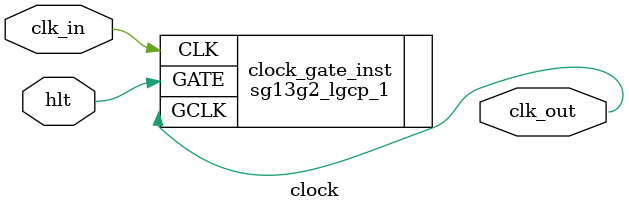
<source format=v>
module clock(
	input hlt,
	input clk_in,
	output clk_out);

sg13g2_lgcp_1 clock_gate_inst(.GCLK(clk_out), .GATE(hlt), .CLK(clk_in));

endmodule


</source>
